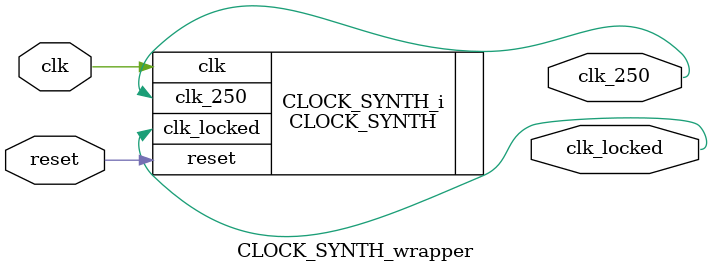
<source format=v>
`timescale 1 ps / 1 ps

module CLOCK_SYNTH_wrapper
   (clk,
    clk_250,
    clk_locked,
    reset);
  input clk;
  output clk_250;
  output clk_locked;
  input reset;

  wire clk;
  wire clk_250;
  wire clk_locked;
  wire reset;

  CLOCK_SYNTH CLOCK_SYNTH_i
       (.clk(clk),
        .clk_250(clk_250),
        .clk_locked(clk_locked),
        .reset(reset));
endmodule

</source>
